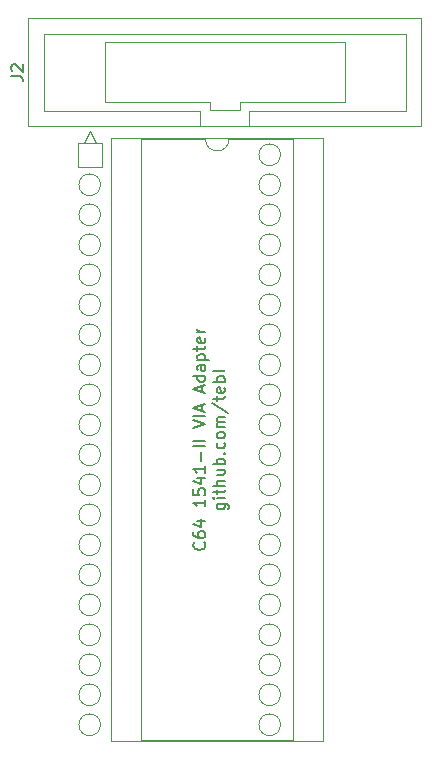
<source format=gto>
%TF.GenerationSoftware,KiCad,Pcbnew,(5.1.8)-1*%
%TF.CreationDate,2021-04-29T21:41:25+02:00*%
%TF.ProjectId,C64 1541-II VIA Adapter,43363420-3135-4343-912d-494920564941,rev?*%
%TF.SameCoordinates,Original*%
%TF.FileFunction,Legend,Top*%
%TF.FilePolarity,Positive*%
%FSLAX46Y46*%
G04 Gerber Fmt 4.6, Leading zero omitted, Abs format (unit mm)*
G04 Created by KiCad (PCBNEW (5.1.8)-1) date 2021-04-29 21:41:25*
%MOMM*%
%LPD*%
G01*
G04 APERTURE LIST*
%ADD10C,0.150000*%
%ADD11C,0.120000*%
G04 APERTURE END LIST*
D10*
X111927142Y-95050476D02*
X111974761Y-95098095D01*
X112022380Y-95240952D01*
X112022380Y-95336190D01*
X111974761Y-95479047D01*
X111879523Y-95574285D01*
X111784285Y-95621904D01*
X111593809Y-95669523D01*
X111450952Y-95669523D01*
X111260476Y-95621904D01*
X111165238Y-95574285D01*
X111070000Y-95479047D01*
X111022380Y-95336190D01*
X111022380Y-95240952D01*
X111070000Y-95098095D01*
X111117619Y-95050476D01*
X111022380Y-94193333D02*
X111022380Y-94383809D01*
X111070000Y-94479047D01*
X111117619Y-94526666D01*
X111260476Y-94621904D01*
X111450952Y-94669523D01*
X111831904Y-94669523D01*
X111927142Y-94621904D01*
X111974761Y-94574285D01*
X112022380Y-94479047D01*
X112022380Y-94288571D01*
X111974761Y-94193333D01*
X111927142Y-94145714D01*
X111831904Y-94098095D01*
X111593809Y-94098095D01*
X111498571Y-94145714D01*
X111450952Y-94193333D01*
X111403333Y-94288571D01*
X111403333Y-94479047D01*
X111450952Y-94574285D01*
X111498571Y-94621904D01*
X111593809Y-94669523D01*
X111355714Y-93240952D02*
X112022380Y-93240952D01*
X110974761Y-93479047D02*
X111689047Y-93717142D01*
X111689047Y-93098095D01*
X112022380Y-91431428D02*
X112022380Y-92002857D01*
X112022380Y-91717142D02*
X111022380Y-91717142D01*
X111165238Y-91812380D01*
X111260476Y-91907619D01*
X111308095Y-92002857D01*
X111022380Y-90526666D02*
X111022380Y-91002857D01*
X111498571Y-91050476D01*
X111450952Y-91002857D01*
X111403333Y-90907619D01*
X111403333Y-90669523D01*
X111450952Y-90574285D01*
X111498571Y-90526666D01*
X111593809Y-90479047D01*
X111831904Y-90479047D01*
X111927142Y-90526666D01*
X111974761Y-90574285D01*
X112022380Y-90669523D01*
X112022380Y-90907619D01*
X111974761Y-91002857D01*
X111927142Y-91050476D01*
X111355714Y-89621904D02*
X112022380Y-89621904D01*
X110974761Y-89860000D02*
X111689047Y-90098095D01*
X111689047Y-89479047D01*
X112022380Y-88574285D02*
X112022380Y-89145714D01*
X112022380Y-88860000D02*
X111022380Y-88860000D01*
X111165238Y-88955238D01*
X111260476Y-89050476D01*
X111308095Y-89145714D01*
X111641428Y-88145714D02*
X111641428Y-87383809D01*
X112022380Y-86907619D02*
X111022380Y-86907619D01*
X112022380Y-86431428D02*
X111022380Y-86431428D01*
X111022380Y-85336190D02*
X112022380Y-85002857D01*
X111022380Y-84669523D01*
X112022380Y-84336190D02*
X111022380Y-84336190D01*
X111736666Y-83907619D02*
X111736666Y-83431428D01*
X112022380Y-84002857D02*
X111022380Y-83669523D01*
X112022380Y-83336190D01*
X111736666Y-82288571D02*
X111736666Y-81812380D01*
X112022380Y-82383809D02*
X111022380Y-82050476D01*
X112022380Y-81717142D01*
X112022380Y-80955238D02*
X111022380Y-80955238D01*
X111974761Y-80955238D02*
X112022380Y-81050476D01*
X112022380Y-81240952D01*
X111974761Y-81336190D01*
X111927142Y-81383809D01*
X111831904Y-81431428D01*
X111546190Y-81431428D01*
X111450952Y-81383809D01*
X111403333Y-81336190D01*
X111355714Y-81240952D01*
X111355714Y-81050476D01*
X111403333Y-80955238D01*
X112022380Y-80050476D02*
X111498571Y-80050476D01*
X111403333Y-80098095D01*
X111355714Y-80193333D01*
X111355714Y-80383809D01*
X111403333Y-80479047D01*
X111974761Y-80050476D02*
X112022380Y-80145714D01*
X112022380Y-80383809D01*
X111974761Y-80479047D01*
X111879523Y-80526666D01*
X111784285Y-80526666D01*
X111689047Y-80479047D01*
X111641428Y-80383809D01*
X111641428Y-80145714D01*
X111593809Y-80050476D01*
X111355714Y-79574285D02*
X112355714Y-79574285D01*
X111403333Y-79574285D02*
X111355714Y-79479047D01*
X111355714Y-79288571D01*
X111403333Y-79193333D01*
X111450952Y-79145714D01*
X111546190Y-79098095D01*
X111831904Y-79098095D01*
X111927142Y-79145714D01*
X111974761Y-79193333D01*
X112022380Y-79288571D01*
X112022380Y-79479047D01*
X111974761Y-79574285D01*
X111355714Y-78812380D02*
X111355714Y-78431428D01*
X111022380Y-78669523D02*
X111879523Y-78669523D01*
X111974761Y-78621904D01*
X112022380Y-78526666D01*
X112022380Y-78431428D01*
X111974761Y-77717142D02*
X112022380Y-77812380D01*
X112022380Y-78002857D01*
X111974761Y-78098095D01*
X111879523Y-78145714D01*
X111498571Y-78145714D01*
X111403333Y-78098095D01*
X111355714Y-78002857D01*
X111355714Y-77812380D01*
X111403333Y-77717142D01*
X111498571Y-77669523D01*
X111593809Y-77669523D01*
X111689047Y-78145714D01*
X112022380Y-77240952D02*
X111355714Y-77240952D01*
X111546190Y-77240952D02*
X111450952Y-77193333D01*
X111403333Y-77145714D01*
X111355714Y-77050476D01*
X111355714Y-76955238D01*
X113005714Y-91764761D02*
X113815238Y-91764761D01*
X113910476Y-91812380D01*
X113958095Y-91860000D01*
X114005714Y-91955238D01*
X114005714Y-92098095D01*
X113958095Y-92193333D01*
X113624761Y-91764761D02*
X113672380Y-91860000D01*
X113672380Y-92050476D01*
X113624761Y-92145714D01*
X113577142Y-92193333D01*
X113481904Y-92240952D01*
X113196190Y-92240952D01*
X113100952Y-92193333D01*
X113053333Y-92145714D01*
X113005714Y-92050476D01*
X113005714Y-91860000D01*
X113053333Y-91764761D01*
X113672380Y-91288571D02*
X113005714Y-91288571D01*
X112672380Y-91288571D02*
X112720000Y-91336190D01*
X112767619Y-91288571D01*
X112720000Y-91240952D01*
X112672380Y-91288571D01*
X112767619Y-91288571D01*
X113005714Y-90955238D02*
X113005714Y-90574285D01*
X112672380Y-90812380D02*
X113529523Y-90812380D01*
X113624761Y-90764761D01*
X113672380Y-90669523D01*
X113672380Y-90574285D01*
X113672380Y-90240952D02*
X112672380Y-90240952D01*
X113672380Y-89812380D02*
X113148571Y-89812380D01*
X113053333Y-89860000D01*
X113005714Y-89955238D01*
X113005714Y-90098095D01*
X113053333Y-90193333D01*
X113100952Y-90240952D01*
X113005714Y-88907619D02*
X113672380Y-88907619D01*
X113005714Y-89336190D02*
X113529523Y-89336190D01*
X113624761Y-89288571D01*
X113672380Y-89193333D01*
X113672380Y-89050476D01*
X113624761Y-88955238D01*
X113577142Y-88907619D01*
X113672380Y-88431428D02*
X112672380Y-88431428D01*
X113053333Y-88431428D02*
X113005714Y-88336190D01*
X113005714Y-88145714D01*
X113053333Y-88050476D01*
X113100952Y-88002857D01*
X113196190Y-87955238D01*
X113481904Y-87955238D01*
X113577142Y-88002857D01*
X113624761Y-88050476D01*
X113672380Y-88145714D01*
X113672380Y-88336190D01*
X113624761Y-88431428D01*
X113577142Y-87526666D02*
X113624761Y-87479047D01*
X113672380Y-87526666D01*
X113624761Y-87574285D01*
X113577142Y-87526666D01*
X113672380Y-87526666D01*
X113624761Y-86621904D02*
X113672380Y-86717142D01*
X113672380Y-86907619D01*
X113624761Y-87002857D01*
X113577142Y-87050476D01*
X113481904Y-87098095D01*
X113196190Y-87098095D01*
X113100952Y-87050476D01*
X113053333Y-87002857D01*
X113005714Y-86907619D01*
X113005714Y-86717142D01*
X113053333Y-86621904D01*
X113672380Y-86050476D02*
X113624761Y-86145714D01*
X113577142Y-86193333D01*
X113481904Y-86240952D01*
X113196190Y-86240952D01*
X113100952Y-86193333D01*
X113053333Y-86145714D01*
X113005714Y-86050476D01*
X113005714Y-85907619D01*
X113053333Y-85812380D01*
X113100952Y-85764761D01*
X113196190Y-85717142D01*
X113481904Y-85717142D01*
X113577142Y-85764761D01*
X113624761Y-85812380D01*
X113672380Y-85907619D01*
X113672380Y-86050476D01*
X113672380Y-85288571D02*
X113005714Y-85288571D01*
X113100952Y-85288571D02*
X113053333Y-85240952D01*
X113005714Y-85145714D01*
X113005714Y-85002857D01*
X113053333Y-84907619D01*
X113148571Y-84860000D01*
X113672380Y-84860000D01*
X113148571Y-84860000D02*
X113053333Y-84812380D01*
X113005714Y-84717142D01*
X113005714Y-84574285D01*
X113053333Y-84479047D01*
X113148571Y-84431428D01*
X113672380Y-84431428D01*
X112624761Y-83240952D02*
X113910476Y-84098095D01*
X113005714Y-83050476D02*
X113005714Y-82669523D01*
X112672380Y-82907619D02*
X113529523Y-82907619D01*
X113624761Y-82860000D01*
X113672380Y-82764761D01*
X113672380Y-82669523D01*
X113624761Y-81955238D02*
X113672380Y-82050476D01*
X113672380Y-82240952D01*
X113624761Y-82336190D01*
X113529523Y-82383809D01*
X113148571Y-82383809D01*
X113053333Y-82336190D01*
X113005714Y-82240952D01*
X113005714Y-82050476D01*
X113053333Y-81955238D01*
X113148571Y-81907619D01*
X113243809Y-81907619D01*
X113339047Y-82383809D01*
X113672380Y-81479047D02*
X112672380Y-81479047D01*
X113053333Y-81479047D02*
X113005714Y-81383809D01*
X113005714Y-81193333D01*
X113053333Y-81098095D01*
X113100952Y-81050476D01*
X113196190Y-81002857D01*
X113481904Y-81002857D01*
X113577142Y-81050476D01*
X113624761Y-81098095D01*
X113672380Y-81193333D01*
X113672380Y-81383809D01*
X113624761Y-81479047D01*
X113672380Y-80431428D02*
X113624761Y-80526666D01*
X113529523Y-80574285D01*
X112672380Y-80574285D01*
D11*
%TO.C,J2*%
X112395000Y-57785000D02*
X103505000Y-57785000D01*
X112395000Y-58420000D02*
X112395000Y-57785000D01*
X114935000Y-58420000D02*
X112395000Y-58420000D01*
X114935000Y-57785000D02*
X114935000Y-58420000D01*
X123825000Y-57785000D02*
X114935000Y-57785000D01*
X123825000Y-52705000D02*
X123825000Y-57785000D01*
X103505000Y-52705000D02*
X123825000Y-52705000D01*
X103505000Y-57785000D02*
X103505000Y-52705000D01*
X102735000Y-61195000D02*
X102235000Y-60195000D01*
X101735000Y-61195000D02*
X102735000Y-61195000D01*
X102235000Y-60195000D02*
X101735000Y-61195000D01*
X115715000Y-58495000D02*
X115715000Y-59805000D01*
X115715000Y-58495000D02*
X115715000Y-58495000D01*
X129005000Y-58495000D02*
X115715000Y-58495000D01*
X129005000Y-51995000D02*
X129005000Y-58495000D01*
X98325000Y-51995000D02*
X129005000Y-51995000D01*
X98325000Y-58495000D02*
X98325000Y-51995000D01*
X111615000Y-58495000D02*
X98325000Y-58495000D01*
X111615000Y-59805000D02*
X111615000Y-58495000D01*
X130305000Y-59805000D02*
X97025000Y-59805000D01*
X130305000Y-50685000D02*
X130305000Y-59805000D01*
X97025000Y-50685000D02*
X130305000Y-50685000D01*
X97025000Y-59805000D02*
X97025000Y-50685000D01*
%TO.C,A1*%
X103251000Y-61214000D02*
X103251000Y-63246000D01*
X102235000Y-61214000D02*
X103251000Y-61214000D01*
X101219000Y-61214000D02*
X102235000Y-61214000D01*
X101219000Y-63246000D02*
X101219000Y-61214000D01*
X103251000Y-63246000D02*
X101219000Y-63246000D01*
X103150810Y-64770000D02*
G75*
G03*
X103150810Y-64770000I-915810J0D01*
G01*
X118390810Y-64770000D02*
G75*
G03*
X118390810Y-64770000I-915810J0D01*
G01*
X103150810Y-67310000D02*
G75*
G03*
X103150810Y-67310000I-915810J0D01*
G01*
X118390810Y-67310000D02*
G75*
G03*
X118390810Y-67310000I-915810J0D01*
G01*
X103150810Y-69850000D02*
G75*
G03*
X103150810Y-69850000I-915810J0D01*
G01*
X118390810Y-69850000D02*
G75*
G03*
X118390810Y-69850000I-915810J0D01*
G01*
X103150810Y-72390000D02*
G75*
G03*
X103150810Y-72390000I-915810J0D01*
G01*
X118390810Y-72390000D02*
G75*
G03*
X118390810Y-72390000I-915810J0D01*
G01*
X103150810Y-74930000D02*
G75*
G03*
X103150810Y-74930000I-915810J0D01*
G01*
X118390810Y-74930000D02*
G75*
G03*
X118390810Y-74930000I-915810J0D01*
G01*
X103150810Y-77470000D02*
G75*
G03*
X103150810Y-77470000I-915810J0D01*
G01*
X118390810Y-77470000D02*
G75*
G03*
X118390810Y-77470000I-915810J0D01*
G01*
X103150810Y-80010000D02*
G75*
G03*
X103150810Y-80010000I-915810J0D01*
G01*
X118390810Y-80010000D02*
G75*
G03*
X118390810Y-80010000I-915810J0D01*
G01*
X103150810Y-82550000D02*
G75*
G03*
X103150810Y-82550000I-915810J0D01*
G01*
X118390810Y-82550000D02*
G75*
G03*
X118390810Y-82550000I-915810J0D01*
G01*
X103150810Y-85090000D02*
G75*
G03*
X103150810Y-85090000I-915810J0D01*
G01*
X118390810Y-85090000D02*
G75*
G03*
X118390810Y-85090000I-915810J0D01*
G01*
X103150810Y-87630000D02*
G75*
G03*
X103150810Y-87630000I-915810J0D01*
G01*
X118390810Y-87630000D02*
G75*
G03*
X118390810Y-87630000I-915810J0D01*
G01*
X103150810Y-90170000D02*
G75*
G03*
X103150810Y-90170000I-915810J0D01*
G01*
X118390810Y-90170000D02*
G75*
G03*
X118390810Y-90170000I-915810J0D01*
G01*
X103150810Y-92710000D02*
G75*
G03*
X103150810Y-92710000I-915810J0D01*
G01*
X118390810Y-92710000D02*
G75*
G03*
X118390810Y-92710000I-915810J0D01*
G01*
X103150810Y-95250000D02*
G75*
G03*
X103150810Y-95250000I-915810J0D01*
G01*
X118390810Y-95250000D02*
G75*
G03*
X118390810Y-95250000I-915810J0D01*
G01*
X103150810Y-97790000D02*
G75*
G03*
X103150810Y-97790000I-915810J0D01*
G01*
X118390810Y-97790000D02*
G75*
G03*
X118390810Y-97790000I-915810J0D01*
G01*
X103150810Y-100330000D02*
G75*
G03*
X103150810Y-100330000I-915810J0D01*
G01*
X118390810Y-100330000D02*
G75*
G03*
X118390810Y-100330000I-915810J0D01*
G01*
X103150810Y-102870000D02*
G75*
G03*
X103150810Y-102870000I-915810J0D01*
G01*
X118390810Y-102870000D02*
G75*
G03*
X118390810Y-102870000I-915810J0D01*
G01*
X103150810Y-105410000D02*
G75*
G03*
X103150810Y-105410000I-915810J0D01*
G01*
X118390810Y-105410000D02*
G75*
G03*
X118390810Y-105410000I-915810J0D01*
G01*
X103150810Y-107950000D02*
G75*
G03*
X103150810Y-107950000I-915810J0D01*
G01*
X118390810Y-107950000D02*
G75*
G03*
X118390810Y-107950000I-915810J0D01*
G01*
X103150810Y-110490000D02*
G75*
G03*
X103150810Y-110490000I-915810J0D01*
G01*
X118390810Y-110490000D02*
G75*
G03*
X118390810Y-110490000I-915810J0D01*
G01*
X118390810Y-62230000D02*
G75*
G03*
X118390810Y-62230000I-915810J0D01*
G01*
%TO.C,U1*%
X112030000Y-60900000D02*
X106570000Y-60900000D01*
X106570000Y-60900000D02*
X106570000Y-111820000D01*
X106570000Y-111820000D02*
X119490000Y-111820000D01*
X119490000Y-111820000D02*
X119490000Y-60900000D01*
X119490000Y-60900000D02*
X114030000Y-60900000D01*
X104080000Y-60840000D02*
X104080000Y-111880000D01*
X104080000Y-111880000D02*
X121980000Y-111880000D01*
X121980000Y-111880000D02*
X121980000Y-60840000D01*
X121980000Y-60840000D02*
X104080000Y-60840000D01*
X114030000Y-60900000D02*
G75*
G02*
X112030000Y-60900000I-1000000J0D01*
G01*
%TO.C,J2*%
D10*
X95587380Y-55578333D02*
X96301666Y-55578333D01*
X96444523Y-55625952D01*
X96539761Y-55721190D01*
X96587380Y-55864047D01*
X96587380Y-55959285D01*
X95682619Y-55149761D02*
X95635000Y-55102142D01*
X95587380Y-55006904D01*
X95587380Y-54768809D01*
X95635000Y-54673571D01*
X95682619Y-54625952D01*
X95777857Y-54578333D01*
X95873095Y-54578333D01*
X96015952Y-54625952D01*
X96587380Y-55197380D01*
X96587380Y-54578333D01*
%TD*%
M02*

</source>
